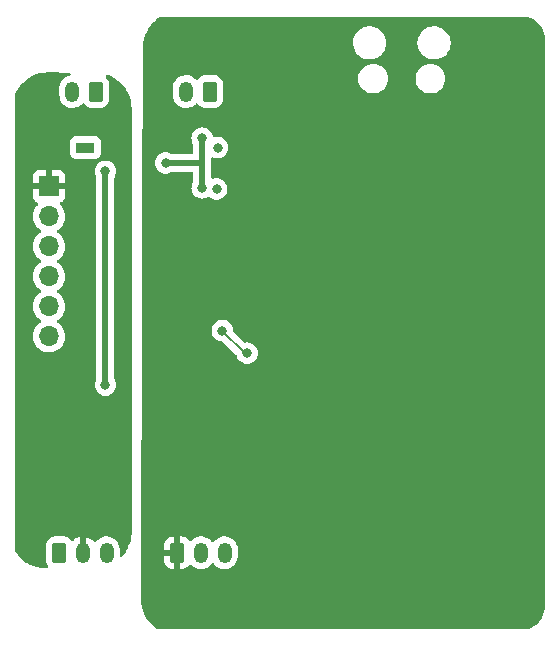
<source format=gbl>
%TF.GenerationSoftware,KiCad,Pcbnew,(6.0.1)*%
%TF.CreationDate,2022-08-20T19:26:56-07:00*%
%TF.ProjectId,frame_board,6672616d-655f-4626-9f61-72642e6b6963,rev?*%
%TF.SameCoordinates,Original*%
%TF.FileFunction,Copper,L2,Bot*%
%TF.FilePolarity,Positive*%
%FSLAX46Y46*%
G04 Gerber Fmt 4.6, Leading zero omitted, Abs format (unit mm)*
G04 Created by KiCad (PCBNEW (6.0.1)) date 2022-08-20 19:26:56*
%MOMM*%
%LPD*%
G01*
G04 APERTURE LIST*
G04 Aperture macros list*
%AMRoundRect*
0 Rectangle with rounded corners*
0 $1 Rounding radius*
0 $2 $3 $4 $5 $6 $7 $8 $9 X,Y pos of 4 corners*
0 Add a 4 corners polygon primitive as box body*
4,1,4,$2,$3,$4,$5,$6,$7,$8,$9,$2,$3,0*
0 Add four circle primitives for the rounded corners*
1,1,$1+$1,$2,$3*
1,1,$1+$1,$4,$5*
1,1,$1+$1,$6,$7*
1,1,$1+$1,$8,$9*
0 Add four rect primitives between the rounded corners*
20,1,$1+$1,$2,$3,$4,$5,0*
20,1,$1+$1,$4,$5,$6,$7,0*
20,1,$1+$1,$6,$7,$8,$9,0*
20,1,$1+$1,$8,$9,$2,$3,0*%
G04 Aperture macros list end*
%TA.AperFunction,SMDPad,CuDef*%
%ADD10R,1.600000X0.900000*%
%TD*%
%TA.AperFunction,ComponentPad*%
%ADD11C,0.600000*%
%TD*%
%TA.AperFunction,ComponentPad*%
%ADD12RoundRect,0.250000X-0.350000X-0.625000X0.350000X-0.625000X0.350000X0.625000X-0.350000X0.625000X0*%
%TD*%
%TA.AperFunction,ComponentPad*%
%ADD13O,1.200000X1.750000*%
%TD*%
%TA.AperFunction,ComponentPad*%
%ADD14RoundRect,0.250000X0.350000X0.625000X-0.350000X0.625000X-0.350000X-0.625000X0.350000X-0.625000X0*%
%TD*%
%TA.AperFunction,ComponentPad*%
%ADD15R,1.700000X1.700000*%
%TD*%
%TA.AperFunction,ComponentPad*%
%ADD16O,1.700000X1.700000*%
%TD*%
%TA.AperFunction,ViaPad*%
%ADD17C,0.800000*%
%TD*%
%TA.AperFunction,Conductor*%
%ADD18C,0.500000*%
%TD*%
%TA.AperFunction,Conductor*%
%ADD19C,0.200000*%
%TD*%
G04 APERTURE END LIST*
D10*
X158912458Y-105800000D03*
D11*
X158912458Y-105800000D03*
D12*
X166700000Y-140100000D03*
D13*
X168700000Y-140100000D03*
X170700000Y-140100000D03*
D14*
X169425000Y-101050000D03*
D13*
X167425000Y-101050000D03*
D12*
X156700000Y-140100000D03*
D13*
X158700000Y-140100000D03*
X160700000Y-140100000D03*
D15*
X155825000Y-109075000D03*
D16*
X155825000Y-111615000D03*
X155825000Y-114155000D03*
X155825000Y-116695000D03*
X155825000Y-119235000D03*
X155825000Y-121775000D03*
D14*
X159812458Y-101050000D03*
D13*
X157812458Y-101050000D03*
D17*
X192665000Y-99335000D03*
X191400000Y-99300000D03*
X155800000Y-107300000D03*
X165700000Y-107100000D03*
X160600000Y-125900000D03*
X160600000Y-107800000D03*
X172600000Y-123200000D03*
X170500000Y-121300000D03*
X164400000Y-111400000D03*
X160800000Y-104800000D03*
X160700000Y-135500000D03*
X168800000Y-109200000D03*
X168800000Y-105000000D03*
X170025000Y-109300000D03*
X170100000Y-105800000D03*
D18*
X160600000Y-107800000D02*
X160600000Y-125900000D01*
X168600000Y-107100000D02*
X168800000Y-106900000D01*
X165700000Y-107100000D02*
X168600000Y-107100000D01*
X168800000Y-106900000D02*
X168800000Y-109200000D01*
X168800000Y-105000000D02*
X168800000Y-106900000D01*
D19*
X172400000Y-123200000D02*
X172600000Y-123200000D01*
X170500000Y-121300000D02*
X172400000Y-123200000D01*
%TA.AperFunction,Conductor*%
G36*
X169697051Y-94711096D02*
G01*
X195776000Y-94716517D01*
X195790158Y-94717318D01*
X195818384Y-94720516D01*
X195818387Y-94720516D01*
X195827302Y-94721526D01*
X195836144Y-94719993D01*
X195843152Y-94718778D01*
X195867895Y-94716966D01*
X195975423Y-94719713D01*
X196079114Y-94722363D01*
X196095958Y-94723930D01*
X196330285Y-94761724D01*
X196346769Y-94765533D01*
X196573928Y-94834381D01*
X196589752Y-94840364D01*
X196625005Y-94856474D01*
X196805636Y-94939021D01*
X196820514Y-94947068D01*
X197021239Y-95073759D01*
X197034907Y-95083729D01*
X197216848Y-95236167D01*
X197229052Y-95247872D01*
X197388946Y-95423325D01*
X197399459Y-95436544D01*
X197534403Y-95631832D01*
X197543061Y-95646358D01*
X197650625Y-95857958D01*
X197657261Y-95873520D01*
X197735504Y-96097609D01*
X197739996Y-96113920D01*
X197787513Y-96346470D01*
X197789780Y-96363233D01*
X197797270Y-96474544D01*
X197803484Y-96566897D01*
X197802539Y-96588533D01*
X197802480Y-96593380D01*
X197801098Y-96602254D01*
X197805209Y-96633691D01*
X197806272Y-96650049D01*
X197794864Y-134971783D01*
X197792008Y-144563781D01*
X197791207Y-144577926D01*
X197786996Y-144615098D01*
X197788529Y-144623940D01*
X197789744Y-144630948D01*
X197791556Y-144655691D01*
X197788809Y-144763219D01*
X197786159Y-144866910D01*
X197784592Y-144883754D01*
X197746798Y-145118081D01*
X197742989Y-145134565D01*
X197674141Y-145361724D01*
X197668158Y-145377548D01*
X197569503Y-145593429D01*
X197561454Y-145608310D01*
X197434763Y-145809035D01*
X197424793Y-145822703D01*
X197272355Y-146004644D01*
X197260650Y-146016848D01*
X197085197Y-146176742D01*
X197071978Y-146187255D01*
X196876690Y-146322199D01*
X196862164Y-146330857D01*
X196650564Y-146438421D01*
X196635002Y-146445057D01*
X196410913Y-146523300D01*
X196394602Y-146527792D01*
X196237693Y-146559853D01*
X196162050Y-146575309D01*
X196145289Y-146577576D01*
X195941621Y-146591280D01*
X195919989Y-146590335D01*
X195915140Y-146590276D01*
X195906268Y-146588894D01*
X195897366Y-146590058D01*
X195897364Y-146590058D01*
X195889258Y-146591118D01*
X195874756Y-146593015D01*
X195858426Y-146594078D01*
X165141880Y-146592518D01*
X165080817Y-146576729D01*
X165017436Y-146541606D01*
X165005476Y-146534070D01*
X164742306Y-146346797D01*
X164731248Y-146337951D01*
X164490766Y-146122340D01*
X164480770Y-146112309D01*
X164266001Y-145871073D01*
X164257194Y-145859984D01*
X164147684Y-145704948D01*
X164070853Y-145596176D01*
X164063346Y-145584170D01*
X163907777Y-145301103D01*
X163901665Y-145288329D01*
X163778846Y-144989603D01*
X163774206Y-144976224D01*
X163685686Y-144665612D01*
X163682576Y-144651797D01*
X163677933Y-144623940D01*
X163629468Y-144333199D01*
X163627928Y-144319125D01*
X163610719Y-143993036D01*
X163610545Y-143985955D01*
X163619289Y-141486935D01*
X163621790Y-140772095D01*
X165592001Y-140772095D01*
X165592338Y-140778614D01*
X165602257Y-140874206D01*
X165605149Y-140887600D01*
X165656588Y-141041784D01*
X165662761Y-141054962D01*
X165748063Y-141192807D01*
X165757099Y-141204208D01*
X165871829Y-141318739D01*
X165883240Y-141327751D01*
X166021243Y-141412816D01*
X166034424Y-141418963D01*
X166188710Y-141470138D01*
X166202086Y-141473005D01*
X166296438Y-141482672D01*
X166302854Y-141483000D01*
X166427885Y-141483000D01*
X166443124Y-141478525D01*
X166444329Y-141477135D01*
X166446000Y-141469452D01*
X166446000Y-141464884D01*
X166954000Y-141464884D01*
X166958475Y-141480123D01*
X166959865Y-141481328D01*
X166967548Y-141482999D01*
X167097095Y-141482999D01*
X167103614Y-141482662D01*
X167199206Y-141472743D01*
X167212600Y-141469851D01*
X167366784Y-141418412D01*
X167379962Y-141412239D01*
X167517807Y-141326937D01*
X167529208Y-141317901D01*
X167643739Y-141203171D01*
X167652751Y-141191760D01*
X167680745Y-141146345D01*
X167733517Y-141098852D01*
X167803589Y-141087428D01*
X167868713Y-141115702D01*
X167887088Y-141134625D01*
X167893604Y-141142920D01*
X167898135Y-141146852D01*
X167898138Y-141146855D01*
X167984058Y-141221412D01*
X168053363Y-141281552D01*
X168058549Y-141284552D01*
X168058553Y-141284555D01*
X168154957Y-141340326D01*
X168236454Y-141387473D01*
X168436271Y-141456861D01*
X168442206Y-141457722D01*
X168442208Y-141457722D01*
X168639664Y-141486352D01*
X168639667Y-141486352D01*
X168645604Y-141487213D01*
X168856899Y-141477433D01*
X168988077Y-141445819D01*
X169056701Y-141429281D01*
X169056703Y-141429280D01*
X169062534Y-141427875D01*
X169067992Y-141425393D01*
X169067996Y-141425392D01*
X169183041Y-141373084D01*
X169255087Y-141340326D01*
X169427611Y-141217946D01*
X169573881Y-141065150D01*
X169580459Y-141054962D01*
X169594746Y-141032837D01*
X169648501Y-140986460D01*
X169718797Y-140976507D01*
X169783314Y-141006139D01*
X169799681Y-141023351D01*
X169893604Y-141142920D01*
X169898135Y-141146852D01*
X169898138Y-141146855D01*
X169984058Y-141221412D01*
X170053363Y-141281552D01*
X170058549Y-141284552D01*
X170058553Y-141284555D01*
X170154957Y-141340326D01*
X170236454Y-141387473D01*
X170436271Y-141456861D01*
X170442206Y-141457722D01*
X170442208Y-141457722D01*
X170639664Y-141486352D01*
X170639667Y-141486352D01*
X170645604Y-141487213D01*
X170856899Y-141477433D01*
X170988077Y-141445819D01*
X171056701Y-141429281D01*
X171056703Y-141429280D01*
X171062534Y-141427875D01*
X171067992Y-141425393D01*
X171067996Y-141425392D01*
X171183041Y-141373084D01*
X171255087Y-141340326D01*
X171427611Y-141217946D01*
X171573881Y-141065150D01*
X171688620Y-140887452D01*
X171767686Y-140691263D01*
X171808228Y-140483663D01*
X171808500Y-140478101D01*
X171808500Y-139772154D01*
X171793452Y-139614434D01*
X171733908Y-139411466D01*
X171698905Y-139343503D01*
X171639804Y-139228751D01*
X171639802Y-139228748D01*
X171637058Y-139223420D01*
X171506396Y-139057080D01*
X171501865Y-139053148D01*
X171501862Y-139053145D01*
X171351167Y-138922379D01*
X171346637Y-138918448D01*
X171341451Y-138915448D01*
X171341447Y-138915445D01*
X171168742Y-138815533D01*
X171163546Y-138812527D01*
X170963729Y-138743139D01*
X170957794Y-138742278D01*
X170957792Y-138742278D01*
X170760336Y-138713648D01*
X170760333Y-138713648D01*
X170754396Y-138712787D01*
X170543101Y-138722567D01*
X170411923Y-138754181D01*
X170343299Y-138770719D01*
X170343297Y-138770720D01*
X170337466Y-138772125D01*
X170332008Y-138774607D01*
X170332004Y-138774608D01*
X170216959Y-138826916D01*
X170144913Y-138859674D01*
X169972389Y-138982054D01*
X169826119Y-139134850D01*
X169822866Y-139139888D01*
X169805254Y-139167163D01*
X169751499Y-139213540D01*
X169681203Y-139223493D01*
X169616686Y-139193861D01*
X169600317Y-139176647D01*
X169576435Y-139146243D01*
X169506396Y-139057080D01*
X169501865Y-139053148D01*
X169501862Y-139053145D01*
X169351167Y-138922379D01*
X169346637Y-138918448D01*
X169341451Y-138915448D01*
X169341447Y-138915445D01*
X169168742Y-138815533D01*
X169163546Y-138812527D01*
X168963729Y-138743139D01*
X168957794Y-138742278D01*
X168957792Y-138742278D01*
X168760336Y-138713648D01*
X168760333Y-138713648D01*
X168754396Y-138712787D01*
X168543101Y-138722567D01*
X168411923Y-138754181D01*
X168343299Y-138770719D01*
X168343297Y-138770720D01*
X168337466Y-138772125D01*
X168332008Y-138774607D01*
X168332004Y-138774608D01*
X168216959Y-138826916D01*
X168144913Y-138859674D01*
X167972389Y-138982054D01*
X167968251Y-138986377D01*
X167968246Y-138986381D01*
X167880836Y-139077691D01*
X167819280Y-139113067D01*
X167748371Y-139109548D01*
X167690621Y-139068251D01*
X167682674Y-139056863D01*
X167651937Y-139007193D01*
X167642901Y-138995792D01*
X167528171Y-138881261D01*
X167516760Y-138872249D01*
X167378757Y-138787184D01*
X167365576Y-138781037D01*
X167211290Y-138729862D01*
X167197914Y-138726995D01*
X167103562Y-138717328D01*
X167097145Y-138717000D01*
X166972115Y-138717000D01*
X166956876Y-138721475D01*
X166955671Y-138722865D01*
X166954000Y-138730548D01*
X166954000Y-141464884D01*
X166446000Y-141464884D01*
X166446000Y-140372115D01*
X166441525Y-140356876D01*
X166440135Y-140355671D01*
X166432452Y-140354000D01*
X165610116Y-140354000D01*
X165594877Y-140358475D01*
X165593672Y-140359865D01*
X165592001Y-140367548D01*
X165592001Y-140772095D01*
X163621790Y-140772095D01*
X163625094Y-139827885D01*
X165592000Y-139827885D01*
X165596475Y-139843124D01*
X165597865Y-139844329D01*
X165605548Y-139846000D01*
X166427885Y-139846000D01*
X166443124Y-139841525D01*
X166444329Y-139840135D01*
X166446000Y-139832452D01*
X166446000Y-138735116D01*
X166441525Y-138719877D01*
X166440135Y-138718672D01*
X166432452Y-138717001D01*
X166302905Y-138717001D01*
X166296386Y-138717338D01*
X166200794Y-138727257D01*
X166187400Y-138730149D01*
X166033216Y-138781588D01*
X166020038Y-138787761D01*
X165882193Y-138873063D01*
X165870792Y-138882099D01*
X165756261Y-138996829D01*
X165747249Y-139008240D01*
X165662184Y-139146243D01*
X165656037Y-139159424D01*
X165604862Y-139313710D01*
X165601995Y-139327086D01*
X165592328Y-139421438D01*
X165592000Y-139427855D01*
X165592000Y-139827885D01*
X163625094Y-139827885D01*
X163689918Y-121300000D01*
X169586496Y-121300000D01*
X169606458Y-121489928D01*
X169665473Y-121671556D01*
X169760960Y-121836944D01*
X169888747Y-121978866D01*
X170043248Y-122091118D01*
X170049276Y-122093802D01*
X170049278Y-122093803D01*
X170211681Y-122166109D01*
X170217712Y-122168794D01*
X170311113Y-122188647D01*
X170398056Y-122207128D01*
X170398061Y-122207128D01*
X170404513Y-122208500D01*
X170495761Y-122208500D01*
X170563882Y-122228502D01*
X170584856Y-122245405D01*
X171674775Y-123335324D01*
X171704730Y-123390489D01*
X171706458Y-123389928D01*
X171765473Y-123571556D01*
X171860960Y-123736944D01*
X171988747Y-123878866D01*
X172143248Y-123991118D01*
X172149276Y-123993802D01*
X172149278Y-123993803D01*
X172311681Y-124066109D01*
X172317712Y-124068794D01*
X172411112Y-124088647D01*
X172498056Y-124107128D01*
X172498061Y-124107128D01*
X172504513Y-124108500D01*
X172695487Y-124108500D01*
X172701939Y-124107128D01*
X172701944Y-124107128D01*
X172788888Y-124088647D01*
X172882288Y-124068794D01*
X172888319Y-124066109D01*
X173050722Y-123993803D01*
X173050724Y-123993802D01*
X173056752Y-123991118D01*
X173211253Y-123878866D01*
X173339040Y-123736944D01*
X173434527Y-123571556D01*
X173493542Y-123389928D01*
X173513504Y-123200000D01*
X173493542Y-123010072D01*
X173434527Y-122828444D01*
X173339040Y-122663056D01*
X173211253Y-122521134D01*
X173056752Y-122408882D01*
X173050724Y-122406198D01*
X173050722Y-122406197D01*
X172888319Y-122333891D01*
X172888318Y-122333891D01*
X172882288Y-122331206D01*
X172788888Y-122311353D01*
X172701944Y-122292872D01*
X172701939Y-122292872D01*
X172695487Y-122291500D01*
X172504513Y-122291500D01*
X172498059Y-122292872D01*
X172498057Y-122292872D01*
X172478729Y-122296980D01*
X172445691Y-122304003D01*
X172374901Y-122298601D01*
X172330400Y-122269851D01*
X171449719Y-121389170D01*
X171415693Y-121326858D01*
X171413159Y-121303284D01*
X171413504Y-121300000D01*
X171393542Y-121110072D01*
X171334527Y-120928444D01*
X171239040Y-120763056D01*
X171111253Y-120621134D01*
X170956752Y-120508882D01*
X170950724Y-120506198D01*
X170950722Y-120506197D01*
X170788319Y-120433891D01*
X170788318Y-120433891D01*
X170782288Y-120431206D01*
X170688887Y-120411353D01*
X170601944Y-120392872D01*
X170601939Y-120392872D01*
X170595487Y-120391500D01*
X170404513Y-120391500D01*
X170398061Y-120392872D01*
X170398056Y-120392872D01*
X170311113Y-120411353D01*
X170217712Y-120431206D01*
X170211682Y-120433891D01*
X170211681Y-120433891D01*
X170049278Y-120506197D01*
X170049276Y-120506198D01*
X170043248Y-120508882D01*
X169888747Y-120621134D01*
X169760960Y-120763056D01*
X169665473Y-120928444D01*
X169606458Y-121110072D01*
X169586496Y-121300000D01*
X163689918Y-121300000D01*
X163731892Y-109302963D01*
X163731896Y-109301605D01*
X163731957Y-109301399D01*
X163731897Y-109301399D01*
X163731904Y-109299839D01*
X163741891Y-107100000D01*
X164786496Y-107100000D01*
X164806458Y-107289928D01*
X164865473Y-107471556D01*
X164960960Y-107636944D01*
X165088747Y-107778866D01*
X165187843Y-107850864D01*
X165237904Y-107887235D01*
X165243248Y-107891118D01*
X165249276Y-107893802D01*
X165249278Y-107893803D01*
X165411681Y-107966109D01*
X165417712Y-107968794D01*
X165491603Y-107984500D01*
X165598056Y-108007128D01*
X165598061Y-108007128D01*
X165604513Y-108008500D01*
X165795487Y-108008500D01*
X165801939Y-108007128D01*
X165801944Y-108007128D01*
X165908397Y-107984500D01*
X165982288Y-107968794D01*
X165988319Y-107966109D01*
X166150722Y-107893803D01*
X166150724Y-107893802D01*
X166156752Y-107891118D01*
X166162091Y-107887239D01*
X166162098Y-107887235D01*
X166168528Y-107882563D01*
X166242587Y-107858500D01*
X167915500Y-107858500D01*
X167983621Y-107878502D01*
X168030114Y-107932158D01*
X168041500Y-107984500D01*
X168041500Y-108663001D01*
X168024619Y-108726000D01*
X167965473Y-108828444D01*
X167906458Y-109010072D01*
X167905768Y-109016633D01*
X167905768Y-109016635D01*
X167895948Y-109110072D01*
X167886496Y-109200000D01*
X167906458Y-109389928D01*
X167965473Y-109571556D01*
X168060960Y-109736944D01*
X168188747Y-109878866D01*
X168287843Y-109950864D01*
X168326385Y-109978866D01*
X168343248Y-109991118D01*
X168349276Y-109993802D01*
X168349278Y-109993803D01*
X168511681Y-110066109D01*
X168517712Y-110068794D01*
X168604479Y-110087237D01*
X168698056Y-110107128D01*
X168698061Y-110107128D01*
X168704513Y-110108500D01*
X168895487Y-110108500D01*
X168901939Y-110107128D01*
X168901944Y-110107128D01*
X168995521Y-110087237D01*
X169082288Y-110068794D01*
X169088319Y-110066109D01*
X169250722Y-109993803D01*
X169250724Y-109993802D01*
X169256752Y-109991118D01*
X169269621Y-109981768D01*
X169336489Y-109957910D01*
X169405640Y-109973991D01*
X169417742Y-109981769D01*
X169539410Y-110070166D01*
X169568248Y-110091118D01*
X169574276Y-110093802D01*
X169574278Y-110093803D01*
X169736681Y-110166109D01*
X169742712Y-110168794D01*
X169836113Y-110188647D01*
X169923056Y-110207128D01*
X169923061Y-110207128D01*
X169929513Y-110208500D01*
X170120487Y-110208500D01*
X170126939Y-110207128D01*
X170126944Y-110207128D01*
X170213887Y-110188647D01*
X170307288Y-110168794D01*
X170313319Y-110166109D01*
X170475722Y-110093803D01*
X170475724Y-110093802D01*
X170481752Y-110091118D01*
X170636253Y-109978866D01*
X170764040Y-109836944D01*
X170859527Y-109671556D01*
X170918542Y-109489928D01*
X170928393Y-109396206D01*
X170937814Y-109306565D01*
X170938504Y-109300000D01*
X170918542Y-109110072D01*
X170859527Y-108928444D01*
X170764040Y-108763056D01*
X170636253Y-108621134D01*
X170537157Y-108549136D01*
X170487094Y-108512763D01*
X170487093Y-108512762D01*
X170481752Y-108508882D01*
X170475724Y-108506198D01*
X170475722Y-108506197D01*
X170313319Y-108433891D01*
X170313318Y-108433891D01*
X170307288Y-108431206D01*
X170213887Y-108411353D01*
X170126944Y-108392872D01*
X170126939Y-108392872D01*
X170120487Y-108391500D01*
X169929513Y-108391500D01*
X169923061Y-108392872D01*
X169923056Y-108392872D01*
X169836113Y-108411353D01*
X169742712Y-108431206D01*
X169736682Y-108433891D01*
X169736681Y-108433891D01*
X169735747Y-108434307D01*
X169735158Y-108434386D01*
X169730400Y-108435932D01*
X169730117Y-108435062D01*
X169665380Y-108443740D01*
X169601083Y-108413632D01*
X169563271Y-108353543D01*
X169558500Y-108319199D01*
X169558500Y-106987952D01*
X169558999Y-106976752D01*
X169559151Y-106975048D01*
X169560641Y-106967885D01*
X169558546Y-106890458D01*
X169558500Y-106887050D01*
X169558500Y-106747409D01*
X169578502Y-106679288D01*
X169632158Y-106632795D01*
X169702432Y-106622691D01*
X169735748Y-106632302D01*
X169811677Y-106666108D01*
X169811685Y-106666111D01*
X169817712Y-106668794D01*
X169911112Y-106688647D01*
X169998056Y-106707128D01*
X169998061Y-106707128D01*
X170004513Y-106708500D01*
X170195487Y-106708500D01*
X170201939Y-106707128D01*
X170201944Y-106707128D01*
X170288887Y-106688647D01*
X170382288Y-106668794D01*
X170388321Y-106666108D01*
X170550722Y-106593803D01*
X170550724Y-106593802D01*
X170556752Y-106591118D01*
X170711253Y-106478866D01*
X170839040Y-106336944D01*
X170934527Y-106171556D01*
X170993542Y-105989928D01*
X171013504Y-105800000D01*
X170993542Y-105610072D01*
X170934527Y-105428444D01*
X170839040Y-105263056D01*
X170711253Y-105121134D01*
X170556752Y-105008882D01*
X170550724Y-105006198D01*
X170550722Y-105006197D01*
X170388319Y-104933891D01*
X170388318Y-104933891D01*
X170382288Y-104931206D01*
X170288887Y-104911353D01*
X170201944Y-104892872D01*
X170201939Y-104892872D01*
X170195487Y-104891500D01*
X170004513Y-104891500D01*
X169998061Y-104892872D01*
X169998056Y-104892872D01*
X169898744Y-104913982D01*
X169845587Y-104925281D01*
X169774797Y-104919879D01*
X169718165Y-104877062D01*
X169697039Y-104822795D01*
X169695606Y-104823100D01*
X169694232Y-104816635D01*
X169693542Y-104810072D01*
X169634527Y-104628444D01*
X169539040Y-104463056D01*
X169411253Y-104321134D01*
X169256752Y-104208882D01*
X169250724Y-104206198D01*
X169250722Y-104206197D01*
X169088319Y-104133891D01*
X169088318Y-104133891D01*
X169082288Y-104131206D01*
X168988887Y-104111353D01*
X168901944Y-104092872D01*
X168901939Y-104092872D01*
X168895487Y-104091500D01*
X168704513Y-104091500D01*
X168698061Y-104092872D01*
X168698056Y-104092872D01*
X168611113Y-104111353D01*
X168517712Y-104131206D01*
X168511682Y-104133891D01*
X168511681Y-104133891D01*
X168349278Y-104206197D01*
X168349276Y-104206198D01*
X168343248Y-104208882D01*
X168188747Y-104321134D01*
X168060960Y-104463056D01*
X167965473Y-104628444D01*
X167906458Y-104810072D01*
X167886496Y-105000000D01*
X167887186Y-105006565D01*
X167899228Y-105121134D01*
X167906458Y-105189928D01*
X167965473Y-105371556D01*
X167968776Y-105377278D01*
X167968777Y-105377279D01*
X168024619Y-105473999D01*
X168041500Y-105536999D01*
X168041500Y-106215500D01*
X168021498Y-106283621D01*
X167967842Y-106330114D01*
X167915500Y-106341500D01*
X166242587Y-106341500D01*
X166168528Y-106317437D01*
X166162098Y-106312765D01*
X166162091Y-106312761D01*
X166156752Y-106308882D01*
X166150724Y-106306198D01*
X166150722Y-106306197D01*
X165988319Y-106233891D01*
X165988318Y-106233891D01*
X165982288Y-106231206D01*
X165888887Y-106211353D01*
X165801944Y-106192872D01*
X165801939Y-106192872D01*
X165795487Y-106191500D01*
X165604513Y-106191500D01*
X165598061Y-106192872D01*
X165598056Y-106192872D01*
X165511112Y-106211353D01*
X165417712Y-106231206D01*
X165411682Y-106233891D01*
X165411681Y-106233891D01*
X165249278Y-106306197D01*
X165249276Y-106306198D01*
X165243248Y-106308882D01*
X165237907Y-106312762D01*
X165237906Y-106312763D01*
X165231473Y-106317437D01*
X165088747Y-106421134D01*
X164960960Y-106563056D01*
X164865473Y-106728444D01*
X164806458Y-106910072D01*
X164805768Y-106916633D01*
X164805768Y-106916635D01*
X164787186Y-107093435D01*
X164786496Y-107100000D01*
X163741891Y-107100000D01*
X163767869Y-101377846D01*
X166316500Y-101377846D01*
X166331548Y-101535566D01*
X166391092Y-101738534D01*
X166393836Y-101743861D01*
X166393836Y-101743862D01*
X166441491Y-101836389D01*
X166487942Y-101926580D01*
X166618604Y-102092920D01*
X166623135Y-102096852D01*
X166623138Y-102096855D01*
X166709058Y-102171412D01*
X166778363Y-102231552D01*
X166783549Y-102234552D01*
X166783553Y-102234555D01*
X166879957Y-102290326D01*
X166961454Y-102337473D01*
X167161271Y-102406861D01*
X167167206Y-102407722D01*
X167167208Y-102407722D01*
X167364664Y-102436352D01*
X167364667Y-102436352D01*
X167370604Y-102437213D01*
X167581899Y-102427433D01*
X167713077Y-102395819D01*
X167781701Y-102379281D01*
X167781703Y-102379280D01*
X167787534Y-102377875D01*
X167792992Y-102375393D01*
X167792996Y-102375392D01*
X167908041Y-102323084D01*
X167980087Y-102290326D01*
X168152611Y-102167946D01*
X168156753Y-102163619D01*
X168156759Y-102163614D01*
X168243806Y-102072683D01*
X168305361Y-102037306D01*
X168376270Y-102040825D01*
X168434021Y-102082121D01*
X168441965Y-102093504D01*
X168476522Y-102149348D01*
X168601697Y-102274305D01*
X168607927Y-102278145D01*
X168607928Y-102278146D01*
X168745090Y-102362694D01*
X168752262Y-102367115D01*
X168777217Y-102375392D01*
X168913611Y-102420632D01*
X168913613Y-102420632D01*
X168920139Y-102422797D01*
X168926975Y-102423497D01*
X168926978Y-102423498D01*
X168965386Y-102427433D01*
X169024600Y-102433500D01*
X169825400Y-102433500D01*
X169828646Y-102433163D01*
X169828650Y-102433163D01*
X169924308Y-102423238D01*
X169924312Y-102423237D01*
X169931166Y-102422526D01*
X169937702Y-102420345D01*
X169937704Y-102420345D01*
X170072443Y-102375392D01*
X170098946Y-102366550D01*
X170249348Y-102273478D01*
X170374305Y-102148303D01*
X170411352Y-102088202D01*
X170463275Y-102003968D01*
X170463276Y-102003966D01*
X170467115Y-101997738D01*
X170522797Y-101829861D01*
X170533500Y-101725400D01*
X170533500Y-100374600D01*
X170522526Y-100268834D01*
X170518749Y-100257511D01*
X170468868Y-100108002D01*
X170466550Y-100101054D01*
X170376169Y-99955000D01*
X182011693Y-99955000D01*
X182030885Y-100174371D01*
X182087880Y-100387076D01*
X182090205Y-100392061D01*
X182178618Y-100581666D01*
X182178621Y-100581671D01*
X182180944Y-100586653D01*
X182184100Y-100591160D01*
X182184101Y-100591162D01*
X182241721Y-100673451D01*
X182307251Y-100767038D01*
X182462962Y-100922749D01*
X182643346Y-101049056D01*
X182842924Y-101142120D01*
X183055629Y-101199115D01*
X183275000Y-101218307D01*
X183494371Y-101199115D01*
X183707076Y-101142120D01*
X183906654Y-101049056D01*
X184087038Y-100922749D01*
X184242749Y-100767038D01*
X184308280Y-100673451D01*
X184365899Y-100591162D01*
X184365900Y-100591160D01*
X184369056Y-100586653D01*
X184371379Y-100581671D01*
X184371382Y-100581666D01*
X184459795Y-100392061D01*
X184462120Y-100387076D01*
X184519115Y-100174371D01*
X184538307Y-99955000D01*
X186861693Y-99955000D01*
X186880885Y-100174371D01*
X186937880Y-100387076D01*
X186940205Y-100392061D01*
X187028618Y-100581666D01*
X187028621Y-100581671D01*
X187030944Y-100586653D01*
X187034100Y-100591160D01*
X187034101Y-100591162D01*
X187091721Y-100673451D01*
X187157251Y-100767038D01*
X187312962Y-100922749D01*
X187493346Y-101049056D01*
X187692924Y-101142120D01*
X187905629Y-101199115D01*
X188125000Y-101218307D01*
X188344371Y-101199115D01*
X188557076Y-101142120D01*
X188756654Y-101049056D01*
X188937038Y-100922749D01*
X189092749Y-100767038D01*
X189158280Y-100673451D01*
X189215899Y-100591162D01*
X189215900Y-100591160D01*
X189219056Y-100586653D01*
X189221379Y-100581671D01*
X189221382Y-100581666D01*
X189309795Y-100392061D01*
X189312120Y-100387076D01*
X189369115Y-100174371D01*
X189388307Y-99955000D01*
X189369115Y-99735629D01*
X189312120Y-99522924D01*
X189268585Y-99429562D01*
X189221382Y-99328334D01*
X189221379Y-99328329D01*
X189219056Y-99323347D01*
X189092749Y-99142962D01*
X188937038Y-98987251D01*
X188756654Y-98860944D01*
X188557076Y-98767880D01*
X188344371Y-98710885D01*
X188125000Y-98691693D01*
X187905629Y-98710885D01*
X187692924Y-98767880D01*
X187599562Y-98811415D01*
X187498334Y-98858618D01*
X187498329Y-98858621D01*
X187493347Y-98860944D01*
X187488840Y-98864100D01*
X187488838Y-98864101D01*
X187317473Y-98984092D01*
X187317470Y-98984094D01*
X187312962Y-98987251D01*
X187157251Y-99142962D01*
X187030944Y-99323347D01*
X187028621Y-99328329D01*
X187028618Y-99328334D01*
X186981415Y-99429562D01*
X186937880Y-99522924D01*
X186880885Y-99735629D01*
X186861693Y-99955000D01*
X184538307Y-99955000D01*
X184519115Y-99735629D01*
X184462120Y-99522924D01*
X184418585Y-99429562D01*
X184371382Y-99328334D01*
X184371379Y-99328329D01*
X184369056Y-99323347D01*
X184242749Y-99142962D01*
X184087038Y-98987251D01*
X183906654Y-98860944D01*
X183707076Y-98767880D01*
X183494371Y-98710885D01*
X183275000Y-98691693D01*
X183055629Y-98710885D01*
X182842924Y-98767880D01*
X182749562Y-98811415D01*
X182648334Y-98858618D01*
X182648329Y-98858621D01*
X182643347Y-98860944D01*
X182638840Y-98864100D01*
X182638838Y-98864101D01*
X182467473Y-98984092D01*
X182467470Y-98984094D01*
X182462962Y-98987251D01*
X182307251Y-99142962D01*
X182180944Y-99323347D01*
X182178621Y-99328329D01*
X182178618Y-99328334D01*
X182131415Y-99429562D01*
X182087880Y-99522924D01*
X182030885Y-99735629D01*
X182011693Y-99955000D01*
X170376169Y-99955000D01*
X170373478Y-99950652D01*
X170248303Y-99825695D01*
X170145826Y-99762527D01*
X170103968Y-99736725D01*
X170103966Y-99736724D01*
X170097738Y-99732885D01*
X169937254Y-99679655D01*
X169936389Y-99679368D01*
X169936387Y-99679368D01*
X169929861Y-99677203D01*
X169923025Y-99676503D01*
X169923022Y-99676502D01*
X169879969Y-99672091D01*
X169825400Y-99666500D01*
X169024600Y-99666500D01*
X169021354Y-99666837D01*
X169021350Y-99666837D01*
X168925692Y-99676762D01*
X168925688Y-99676763D01*
X168918834Y-99677474D01*
X168912298Y-99679655D01*
X168912296Y-99679655D01*
X168789213Y-99720719D01*
X168751054Y-99733450D01*
X168600652Y-99826522D01*
X168475695Y-99951697D01*
X168471855Y-99957927D01*
X168471854Y-99957928D01*
X168443926Y-100003236D01*
X168391154Y-100050729D01*
X168321082Y-100062153D01*
X168255958Y-100033879D01*
X168237582Y-100014955D01*
X168231396Y-100007080D01*
X168226865Y-100003148D01*
X168226862Y-100003145D01*
X168076167Y-99872379D01*
X168071637Y-99868448D01*
X168066451Y-99865448D01*
X168066447Y-99865445D01*
X167893742Y-99765533D01*
X167888546Y-99762527D01*
X167688729Y-99693139D01*
X167682794Y-99692278D01*
X167682792Y-99692278D01*
X167485336Y-99663648D01*
X167485333Y-99663648D01*
X167479396Y-99662787D01*
X167268101Y-99672567D01*
X167136923Y-99704181D01*
X167068299Y-99720719D01*
X167068297Y-99720720D01*
X167062466Y-99722125D01*
X167057008Y-99724607D01*
X167057004Y-99724608D01*
X166941959Y-99776916D01*
X166869913Y-99809674D01*
X166697389Y-99932054D01*
X166551119Y-100084850D01*
X166436380Y-100262548D01*
X166357314Y-100458737D01*
X166316772Y-100666337D01*
X166316500Y-100671899D01*
X166316500Y-101377846D01*
X163767869Y-101377846D01*
X163786427Y-97289906D01*
X163786656Y-97282863D01*
X163806291Y-96958581D01*
X163807928Y-96944587D01*
X163817349Y-96890469D01*
X181562095Y-96890469D01*
X181562392Y-96895622D01*
X181562392Y-96895625D01*
X181568067Y-96994041D01*
X181575427Y-97121697D01*
X181576564Y-97126743D01*
X181576565Y-97126749D01*
X181608741Y-97269523D01*
X181626346Y-97347642D01*
X181628288Y-97352424D01*
X181628289Y-97352428D01*
X181711540Y-97557450D01*
X181713484Y-97562237D01*
X181834501Y-97759719D01*
X181986147Y-97934784D01*
X182164349Y-98082730D01*
X182364322Y-98199584D01*
X182580694Y-98282209D01*
X182585760Y-98283240D01*
X182585761Y-98283240D01*
X182638846Y-98294040D01*
X182807656Y-98328385D01*
X182938324Y-98333176D01*
X183033949Y-98336683D01*
X183033953Y-98336683D01*
X183039113Y-98336872D01*
X183044233Y-98336216D01*
X183044235Y-98336216D01*
X183117270Y-98326860D01*
X183268847Y-98307442D01*
X183273795Y-98305957D01*
X183273802Y-98305956D01*
X183485747Y-98242369D01*
X183490690Y-98240886D01*
X183571236Y-98201427D01*
X183694049Y-98141262D01*
X183694052Y-98141260D01*
X183698684Y-98138991D01*
X183887243Y-98004494D01*
X184051303Y-97841005D01*
X184186458Y-97652917D01*
X184233641Y-97557450D01*
X184286784Y-97449922D01*
X184286785Y-97449920D01*
X184289078Y-97445280D01*
X184356408Y-97223671D01*
X184386640Y-96994041D01*
X184386722Y-96990691D01*
X184388245Y-96928365D01*
X184388245Y-96928361D01*
X184388327Y-96925000D01*
X184385488Y-96890469D01*
X187012095Y-96890469D01*
X187012392Y-96895622D01*
X187012392Y-96895625D01*
X187018067Y-96994041D01*
X187025427Y-97121697D01*
X187026564Y-97126743D01*
X187026565Y-97126749D01*
X187058741Y-97269523D01*
X187076346Y-97347642D01*
X187078288Y-97352424D01*
X187078289Y-97352428D01*
X187161540Y-97557450D01*
X187163484Y-97562237D01*
X187284501Y-97759719D01*
X187436147Y-97934784D01*
X187614349Y-98082730D01*
X187814322Y-98199584D01*
X188030694Y-98282209D01*
X188035760Y-98283240D01*
X188035761Y-98283240D01*
X188088846Y-98294040D01*
X188257656Y-98328385D01*
X188388324Y-98333176D01*
X188483949Y-98336683D01*
X188483953Y-98336683D01*
X188489113Y-98336872D01*
X188494233Y-98336216D01*
X188494235Y-98336216D01*
X188567270Y-98326860D01*
X188718847Y-98307442D01*
X188723795Y-98305957D01*
X188723802Y-98305956D01*
X188935747Y-98242369D01*
X188940690Y-98240886D01*
X189021236Y-98201427D01*
X189144049Y-98141262D01*
X189144052Y-98141260D01*
X189148684Y-98138991D01*
X189337243Y-98004494D01*
X189501303Y-97841005D01*
X189636458Y-97652917D01*
X189683641Y-97557450D01*
X189736784Y-97449922D01*
X189736785Y-97449920D01*
X189739078Y-97445280D01*
X189806408Y-97223671D01*
X189836640Y-96994041D01*
X189836722Y-96990691D01*
X189838245Y-96928365D01*
X189838245Y-96928361D01*
X189838327Y-96925000D01*
X189832032Y-96848434D01*
X189819773Y-96699318D01*
X189819772Y-96699312D01*
X189819349Y-96694167D01*
X189762925Y-96469533D01*
X189760866Y-96464797D01*
X189672630Y-96261868D01*
X189672628Y-96261865D01*
X189670570Y-96257131D01*
X189544764Y-96062665D01*
X189388887Y-95891358D01*
X189384836Y-95888159D01*
X189384832Y-95888155D01*
X189211177Y-95751011D01*
X189211172Y-95751008D01*
X189207123Y-95747810D01*
X189202607Y-95745317D01*
X189202604Y-95745315D01*
X189008879Y-95638373D01*
X189008875Y-95638371D01*
X189004355Y-95635876D01*
X188999486Y-95634152D01*
X188999482Y-95634150D01*
X188790903Y-95560288D01*
X188790899Y-95560287D01*
X188786028Y-95558562D01*
X188780935Y-95557655D01*
X188780932Y-95557654D01*
X188563095Y-95518851D01*
X188563089Y-95518850D01*
X188558006Y-95517945D01*
X188485096Y-95517054D01*
X188331581Y-95515179D01*
X188331579Y-95515179D01*
X188326411Y-95515116D01*
X188097464Y-95550150D01*
X187877314Y-95622106D01*
X187872726Y-95624494D01*
X187872722Y-95624496D01*
X187756714Y-95684886D01*
X187671872Y-95729052D01*
X187667739Y-95732155D01*
X187667736Y-95732157D01*
X187490790Y-95865012D01*
X187486655Y-95868117D01*
X187326639Y-96035564D01*
X187323725Y-96039836D01*
X187323724Y-96039837D01*
X187308152Y-96062665D01*
X187196119Y-96226899D01*
X187098602Y-96436981D01*
X187036707Y-96660169D01*
X187012095Y-96890469D01*
X184385488Y-96890469D01*
X184382032Y-96848434D01*
X184369773Y-96699318D01*
X184369772Y-96699312D01*
X184369349Y-96694167D01*
X184312925Y-96469533D01*
X184310866Y-96464797D01*
X184222630Y-96261868D01*
X184222628Y-96261865D01*
X184220570Y-96257131D01*
X184094764Y-96062665D01*
X183938887Y-95891358D01*
X183934836Y-95888159D01*
X183934832Y-95888155D01*
X183761177Y-95751011D01*
X183761172Y-95751008D01*
X183757123Y-95747810D01*
X183752607Y-95745317D01*
X183752604Y-95745315D01*
X183558879Y-95638373D01*
X183558875Y-95638371D01*
X183554355Y-95635876D01*
X183549486Y-95634152D01*
X183549482Y-95634150D01*
X183340903Y-95560288D01*
X183340899Y-95560287D01*
X183336028Y-95558562D01*
X183330935Y-95557655D01*
X183330932Y-95557654D01*
X183113095Y-95518851D01*
X183113089Y-95518850D01*
X183108006Y-95517945D01*
X183035096Y-95517054D01*
X182881581Y-95515179D01*
X182881579Y-95515179D01*
X182876411Y-95515116D01*
X182647464Y-95550150D01*
X182427314Y-95622106D01*
X182422726Y-95624494D01*
X182422722Y-95624496D01*
X182306714Y-95684886D01*
X182221872Y-95729052D01*
X182217739Y-95732155D01*
X182217736Y-95732157D01*
X182040790Y-95865012D01*
X182036655Y-95868117D01*
X181876639Y-96035564D01*
X181873725Y-96039836D01*
X181873724Y-96039837D01*
X181858152Y-96062665D01*
X181746119Y-96226899D01*
X181648602Y-96436981D01*
X181586707Y-96660169D01*
X181562095Y-96890469D01*
X163817349Y-96890469D01*
X163852394Y-96689156D01*
X163863039Y-96628008D01*
X163866222Y-96614304D01*
X163956337Y-96305835D01*
X163961037Y-96292558D01*
X164085017Y-95996102D01*
X164091171Y-95983428D01*
X164186944Y-95811394D01*
X164247481Y-95702653D01*
X164255002Y-95690760D01*
X164441682Y-95429189D01*
X164450490Y-95418204D01*
X164665197Y-95179121D01*
X164675182Y-95169181D01*
X164915237Y-94955563D01*
X164926269Y-94946801D01*
X165188675Y-94761316D01*
X165200617Y-94753839D01*
X165251493Y-94725818D01*
X165312306Y-94710185D01*
X169697051Y-94711096D01*
G37*
%TD.AperFunction*%
%TA.AperFunction,Conductor*%
G36*
X155887832Y-99431437D02*
G01*
X157529321Y-99447689D01*
X157597241Y-99468365D01*
X157643200Y-99522478D01*
X157652608Y-99592849D01*
X157622477Y-99657134D01*
X157557595Y-99696176D01*
X157455757Y-99720719D01*
X157455755Y-99720720D01*
X157449924Y-99722125D01*
X157444466Y-99724607D01*
X157444462Y-99724608D01*
X157329417Y-99776916D01*
X157257371Y-99809674D01*
X157084847Y-99932054D01*
X156938577Y-100084850D01*
X156823838Y-100262548D01*
X156821595Y-100268114D01*
X156782584Y-100364914D01*
X156744772Y-100458737D01*
X156704230Y-100666337D01*
X156703958Y-100671899D01*
X156703958Y-101377846D01*
X156719006Y-101535566D01*
X156778550Y-101738534D01*
X156781294Y-101743861D01*
X156781294Y-101743862D01*
X156828949Y-101836389D01*
X156875400Y-101926580D01*
X157006062Y-102092920D01*
X157010593Y-102096852D01*
X157010596Y-102096855D01*
X157096516Y-102171412D01*
X157165821Y-102231552D01*
X157171007Y-102234552D01*
X157171011Y-102234555D01*
X157267415Y-102290326D01*
X157348912Y-102337473D01*
X157548729Y-102406861D01*
X157554664Y-102407722D01*
X157554666Y-102407722D01*
X157752122Y-102436352D01*
X157752125Y-102436352D01*
X157758062Y-102437213D01*
X157969357Y-102427433D01*
X158100535Y-102395819D01*
X158169159Y-102379281D01*
X158169161Y-102379280D01*
X158174992Y-102377875D01*
X158180450Y-102375393D01*
X158180454Y-102375392D01*
X158295499Y-102323084D01*
X158367545Y-102290326D01*
X158540069Y-102167946D01*
X158544211Y-102163619D01*
X158544217Y-102163614D01*
X158631264Y-102072683D01*
X158692819Y-102037306D01*
X158763728Y-102040825D01*
X158821479Y-102082121D01*
X158829423Y-102093504D01*
X158863980Y-102149348D01*
X158989155Y-102274305D01*
X158995385Y-102278145D01*
X158995386Y-102278146D01*
X159132548Y-102362694D01*
X159139720Y-102367115D01*
X159164675Y-102375392D01*
X159301069Y-102420632D01*
X159301071Y-102420632D01*
X159307597Y-102422797D01*
X159314433Y-102423497D01*
X159314436Y-102423498D01*
X159352844Y-102427433D01*
X159412058Y-102433500D01*
X160212858Y-102433500D01*
X160216104Y-102433163D01*
X160216108Y-102433163D01*
X160311766Y-102423238D01*
X160311770Y-102423237D01*
X160318624Y-102422526D01*
X160325160Y-102420345D01*
X160325162Y-102420345D01*
X160459901Y-102375392D01*
X160486404Y-102366550D01*
X160636806Y-102273478D01*
X160761763Y-102148303D01*
X160765604Y-102142072D01*
X160850733Y-102003968D01*
X160850734Y-102003966D01*
X160854573Y-101997738D01*
X160910255Y-101829861D01*
X160920958Y-101725400D01*
X160920958Y-100374600D01*
X160918918Y-100354937D01*
X160910696Y-100275692D01*
X160910695Y-100275688D01*
X160909984Y-100268834D01*
X160906207Y-100257511D01*
X160856326Y-100108002D01*
X160854008Y-100101054D01*
X160760936Y-99950652D01*
X160683513Y-99873364D01*
X160652267Y-99842172D01*
X160618188Y-99779889D01*
X160623191Y-99709069D01*
X160665688Y-99652197D01*
X160732187Y-99627328D01*
X160777149Y-99632211D01*
X160811628Y-99642449D01*
X160818830Y-99644587D01*
X160832036Y-99649323D01*
X161126996Y-99774075D01*
X161139592Y-99780251D01*
X161418826Y-99937037D01*
X161430667Y-99944582D01*
X161690733Y-100131468D01*
X161701661Y-100140285D01*
X161939308Y-100354937D01*
X161949187Y-100364914D01*
X162161479Y-100604679D01*
X162170186Y-100615694D01*
X162354486Y-100877593D01*
X162361914Y-100889508D01*
X162515925Y-101170276D01*
X162521982Y-101182943D01*
X162643803Y-101479117D01*
X162648412Y-101492380D01*
X162736521Y-101800259D01*
X162739626Y-101813952D01*
X162792934Y-102129727D01*
X162794496Y-102143679D01*
X162799180Y-102227621D01*
X162812535Y-102466933D01*
X162812731Y-102473953D01*
X162812731Y-138396461D01*
X162812533Y-138403526D01*
X162794396Y-138726502D01*
X162794265Y-138728828D01*
X162792684Y-138742864D01*
X162786275Y-138780581D01*
X162738700Y-139060587D01*
X162735556Y-139074362D01*
X162646337Y-139384047D01*
X162641676Y-139397368D01*
X162554149Y-139608677D01*
X162518346Y-139695114D01*
X162512215Y-139707845D01*
X162356325Y-139989906D01*
X162348807Y-140001870D01*
X162162322Y-140264694D01*
X162153513Y-140275740D01*
X162028451Y-140415685D01*
X161968145Y-140453151D01*
X161897156Y-140452065D01*
X161838024Y-140412772D01*
X161809523Y-140347748D01*
X161808500Y-140331726D01*
X161808500Y-139772154D01*
X161793452Y-139614434D01*
X161733908Y-139411466D01*
X161686872Y-139320139D01*
X161639804Y-139228751D01*
X161639802Y-139228748D01*
X161637058Y-139223420D01*
X161506396Y-139057080D01*
X161501865Y-139053148D01*
X161501862Y-139053145D01*
X161351167Y-138922379D01*
X161346637Y-138918448D01*
X161341451Y-138915448D01*
X161341447Y-138915445D01*
X161168742Y-138815533D01*
X161163546Y-138812527D01*
X160963729Y-138743139D01*
X160957794Y-138742278D01*
X160957792Y-138742278D01*
X160760336Y-138713648D01*
X160760333Y-138713648D01*
X160754396Y-138712787D01*
X160543101Y-138722567D01*
X160430466Y-138749712D01*
X160343299Y-138770719D01*
X160343297Y-138770720D01*
X160337466Y-138772125D01*
X160332008Y-138774607D01*
X160332004Y-138774608D01*
X160240990Y-138815990D01*
X160144913Y-138859674D01*
X159972389Y-138982054D01*
X159826119Y-139134850D01*
X159822870Y-139139881D01*
X159822865Y-139139888D01*
X159804967Y-139167607D01*
X159751211Y-139213984D01*
X159680915Y-139223937D01*
X159616398Y-139194304D01*
X159600030Y-139177091D01*
X159509738Y-139062143D01*
X159501501Y-139053494D01*
X159350877Y-138922788D01*
X159341153Y-138915853D01*
X159168533Y-138815990D01*
X159157669Y-138811016D01*
X158969273Y-138745593D01*
X158968284Y-138745352D01*
X158957992Y-138746820D01*
X158954000Y-138760385D01*
X158954000Y-140228000D01*
X158933998Y-140296121D01*
X158880342Y-140342614D01*
X158828000Y-140354000D01*
X158572000Y-140354000D01*
X158503879Y-140333998D01*
X158457386Y-140280342D01*
X158446000Y-140228000D01*
X158446000Y-138764598D01*
X158442027Y-138751067D01*
X158432601Y-138749712D01*
X158343463Y-138771194D01*
X158332168Y-138775083D01*
X158150618Y-138857629D01*
X158140276Y-138863576D01*
X157977603Y-138978968D01*
X157968575Y-138986761D01*
X157881465Y-139077757D01*
X157819910Y-139113133D01*
X157749000Y-139109614D01*
X157691250Y-139068317D01*
X157683315Y-139056947D01*
X157648478Y-139000652D01*
X157523303Y-138875695D01*
X157517072Y-138871854D01*
X157378968Y-138786725D01*
X157378966Y-138786724D01*
X157372738Y-138782885D01*
X157264005Y-138746820D01*
X157211389Y-138729368D01*
X157211387Y-138729368D01*
X157204861Y-138727203D01*
X157198025Y-138726503D01*
X157198022Y-138726502D01*
X157154969Y-138722091D01*
X157100400Y-138716500D01*
X156299600Y-138716500D01*
X156296354Y-138716837D01*
X156296350Y-138716837D01*
X156200692Y-138726762D01*
X156200688Y-138726763D01*
X156193834Y-138727474D01*
X156187298Y-138729655D01*
X156187296Y-138729655D01*
X156123117Y-138751067D01*
X156026054Y-138783450D01*
X155875652Y-138876522D01*
X155750695Y-139001697D01*
X155746855Y-139007927D01*
X155746854Y-139007928D01*
X155682005Y-139113133D01*
X155657885Y-139152262D01*
X155602203Y-139320139D01*
X155591500Y-139424600D01*
X155591500Y-140775400D01*
X155602474Y-140881166D01*
X155604655Y-140887702D01*
X155604655Y-140887704D01*
X155644029Y-141005722D01*
X155658450Y-141048946D01*
X155750600Y-141197858D01*
X155751522Y-141199348D01*
X155751267Y-141199506D01*
X155776378Y-141261548D01*
X155763206Y-141331312D01*
X155714407Y-141382880D01*
X155650995Y-141400000D01*
X155530604Y-141400000D01*
X155523518Y-141399801D01*
X155197226Y-141381421D01*
X155183143Y-141379829D01*
X154864487Y-141325520D01*
X154850693Y-141322362D01*
X154540134Y-141232605D01*
X154526771Y-141227913D01*
X154228282Y-141103859D01*
X154215522Y-141097693D01*
X153932844Y-140940897D01*
X153920856Y-140933336D01*
X153657577Y-140745788D01*
X153646515Y-140736929D01*
X153405971Y-140521008D01*
X153395973Y-140510963D01*
X153181188Y-140269381D01*
X153172382Y-140258276D01*
X152991564Y-140001870D01*
X152986092Y-139994110D01*
X152978598Y-139982103D01*
X152921656Y-139878283D01*
X152906131Y-139817687D01*
X152906153Y-139312548D01*
X152906733Y-125900000D01*
X159686496Y-125900000D01*
X159706458Y-126089928D01*
X159765473Y-126271556D01*
X159860960Y-126436944D01*
X159988747Y-126578866D01*
X160143248Y-126691118D01*
X160149276Y-126693802D01*
X160149278Y-126693803D01*
X160311681Y-126766109D01*
X160317712Y-126768794D01*
X160411112Y-126788647D01*
X160498056Y-126807128D01*
X160498061Y-126807128D01*
X160504513Y-126808500D01*
X160695487Y-126808500D01*
X160701939Y-126807128D01*
X160701944Y-126807128D01*
X160788888Y-126788647D01*
X160882288Y-126768794D01*
X160888319Y-126766109D01*
X161050722Y-126693803D01*
X161050724Y-126693802D01*
X161056752Y-126691118D01*
X161211253Y-126578866D01*
X161339040Y-126436944D01*
X161434527Y-126271556D01*
X161493542Y-126089928D01*
X161513504Y-125900000D01*
X161493542Y-125710072D01*
X161434527Y-125528444D01*
X161375381Y-125426000D01*
X161358500Y-125363001D01*
X161358500Y-108336999D01*
X161375381Y-108273999D01*
X161431223Y-108177279D01*
X161431224Y-108177278D01*
X161434527Y-108171556D01*
X161493542Y-107989928D01*
X161495495Y-107971351D01*
X161512814Y-107806565D01*
X161513504Y-107800000D01*
X161510527Y-107771676D01*
X161494232Y-107616635D01*
X161494232Y-107616633D01*
X161493542Y-107610072D01*
X161434527Y-107428444D01*
X161339040Y-107263056D01*
X161211253Y-107121134D01*
X161056752Y-107008882D01*
X161050724Y-107006198D01*
X161050722Y-107006197D01*
X160888319Y-106933891D01*
X160888318Y-106933891D01*
X160882288Y-106931206D01*
X160788887Y-106911353D01*
X160701944Y-106892872D01*
X160701939Y-106892872D01*
X160695487Y-106891500D01*
X160504513Y-106891500D01*
X160498061Y-106892872D01*
X160498056Y-106892872D01*
X160411112Y-106911353D01*
X160317712Y-106931206D01*
X160311682Y-106933891D01*
X160311681Y-106933891D01*
X160149278Y-107006197D01*
X160149276Y-107006198D01*
X160143248Y-107008882D01*
X159988747Y-107121134D01*
X159860960Y-107263056D01*
X159765473Y-107428444D01*
X159706458Y-107610072D01*
X159705768Y-107616633D01*
X159705768Y-107616635D01*
X159689473Y-107771676D01*
X159686496Y-107800000D01*
X159687186Y-107806565D01*
X159704506Y-107971351D01*
X159706458Y-107989928D01*
X159765473Y-108171556D01*
X159768776Y-108177278D01*
X159768777Y-108177279D01*
X159824619Y-108273999D01*
X159841500Y-108336999D01*
X159841500Y-125363001D01*
X159824619Y-125426000D01*
X159765473Y-125528444D01*
X159706458Y-125710072D01*
X159686496Y-125900000D01*
X152906733Y-125900000D01*
X152906913Y-121741695D01*
X154462251Y-121741695D01*
X154462548Y-121746848D01*
X154462548Y-121746851D01*
X154468011Y-121841590D01*
X154475110Y-121964715D01*
X154476247Y-121969761D01*
X154476248Y-121969767D01*
X154496119Y-122057939D01*
X154524222Y-122182639D01*
X154608266Y-122389616D01*
X154724987Y-122580088D01*
X154871250Y-122748938D01*
X155043126Y-122891632D01*
X155236000Y-123004338D01*
X155444692Y-123084030D01*
X155449760Y-123085061D01*
X155449763Y-123085062D01*
X155557017Y-123106883D01*
X155663597Y-123128567D01*
X155668772Y-123128757D01*
X155668774Y-123128757D01*
X155881673Y-123136564D01*
X155881677Y-123136564D01*
X155886837Y-123136753D01*
X155891957Y-123136097D01*
X155891959Y-123136097D01*
X156103288Y-123109025D01*
X156103289Y-123109025D01*
X156108416Y-123108368D01*
X156113366Y-123106883D01*
X156317429Y-123045661D01*
X156317434Y-123045659D01*
X156322384Y-123044174D01*
X156522994Y-122945896D01*
X156704860Y-122816173D01*
X156863096Y-122658489D01*
X156922594Y-122575689D01*
X156990435Y-122481277D01*
X156993453Y-122477077D01*
X157092430Y-122276811D01*
X157157370Y-122063069D01*
X157186529Y-121841590D01*
X157188156Y-121775000D01*
X157169852Y-121552361D01*
X157115431Y-121335702D01*
X157026354Y-121130840D01*
X156905014Y-120943277D01*
X156754670Y-120778051D01*
X156750619Y-120774852D01*
X156750615Y-120774848D01*
X156583414Y-120642800D01*
X156583410Y-120642798D01*
X156579359Y-120639598D01*
X156538053Y-120616796D01*
X156488084Y-120566364D01*
X156473312Y-120496921D01*
X156498428Y-120430516D01*
X156525780Y-120403909D01*
X156569603Y-120372650D01*
X156704860Y-120276173D01*
X156863096Y-120118489D01*
X156922594Y-120035689D01*
X156990435Y-119941277D01*
X156993453Y-119937077D01*
X157092430Y-119736811D01*
X157157370Y-119523069D01*
X157186529Y-119301590D01*
X157188156Y-119235000D01*
X157169852Y-119012361D01*
X157115431Y-118795702D01*
X157026354Y-118590840D01*
X156905014Y-118403277D01*
X156754670Y-118238051D01*
X156750619Y-118234852D01*
X156750615Y-118234848D01*
X156583414Y-118102800D01*
X156583410Y-118102798D01*
X156579359Y-118099598D01*
X156538053Y-118076796D01*
X156488084Y-118026364D01*
X156473312Y-117956921D01*
X156498428Y-117890516D01*
X156525780Y-117863909D01*
X156569603Y-117832650D01*
X156704860Y-117736173D01*
X156863096Y-117578489D01*
X156922594Y-117495689D01*
X156990435Y-117401277D01*
X156993453Y-117397077D01*
X157092430Y-117196811D01*
X157157370Y-116983069D01*
X157186529Y-116761590D01*
X157188156Y-116695000D01*
X157169852Y-116472361D01*
X157115431Y-116255702D01*
X157026354Y-116050840D01*
X156905014Y-115863277D01*
X156754670Y-115698051D01*
X156750619Y-115694852D01*
X156750615Y-115694848D01*
X156583414Y-115562800D01*
X156583410Y-115562798D01*
X156579359Y-115559598D01*
X156538053Y-115536796D01*
X156488084Y-115486364D01*
X156473312Y-115416921D01*
X156498428Y-115350516D01*
X156525780Y-115323909D01*
X156569603Y-115292650D01*
X156704860Y-115196173D01*
X156863096Y-115038489D01*
X156922594Y-114955689D01*
X156990435Y-114861277D01*
X156993453Y-114857077D01*
X157092430Y-114656811D01*
X157157370Y-114443069D01*
X157186529Y-114221590D01*
X157188156Y-114155000D01*
X157169852Y-113932361D01*
X157115431Y-113715702D01*
X157026354Y-113510840D01*
X156905014Y-113323277D01*
X156754670Y-113158051D01*
X156750619Y-113154852D01*
X156750615Y-113154848D01*
X156583414Y-113022800D01*
X156583410Y-113022798D01*
X156579359Y-113019598D01*
X156538053Y-112996796D01*
X156488084Y-112946364D01*
X156473312Y-112876921D01*
X156498428Y-112810516D01*
X156525780Y-112783909D01*
X156569603Y-112752650D01*
X156704860Y-112656173D01*
X156863096Y-112498489D01*
X156922594Y-112415689D01*
X156990435Y-112321277D01*
X156993453Y-112317077D01*
X157092430Y-112116811D01*
X157157370Y-111903069D01*
X157186529Y-111681590D01*
X157188156Y-111615000D01*
X157169852Y-111392361D01*
X157115431Y-111175702D01*
X157026354Y-110970840D01*
X156905014Y-110783277D01*
X156901540Y-110779459D01*
X156901533Y-110779450D01*
X156757435Y-110621088D01*
X156726383Y-110557242D01*
X156734779Y-110486744D01*
X156779956Y-110431976D01*
X156806400Y-110418307D01*
X156913052Y-110378325D01*
X156928649Y-110369786D01*
X157030724Y-110293285D01*
X157043285Y-110280724D01*
X157119786Y-110178649D01*
X157128324Y-110163054D01*
X157173478Y-110042606D01*
X157177105Y-110027351D01*
X157182631Y-109976486D01*
X157183000Y-109969672D01*
X157183000Y-109347115D01*
X157178525Y-109331876D01*
X157177135Y-109330671D01*
X157169452Y-109329000D01*
X154485116Y-109329000D01*
X154469877Y-109333475D01*
X154468672Y-109334865D01*
X154467001Y-109342548D01*
X154467001Y-109969669D01*
X154467371Y-109976490D01*
X154472895Y-110027352D01*
X154476521Y-110042604D01*
X154521676Y-110163054D01*
X154530214Y-110178649D01*
X154606715Y-110280724D01*
X154619276Y-110293285D01*
X154721351Y-110369786D01*
X154736946Y-110378324D01*
X154845827Y-110419142D01*
X154902591Y-110461784D01*
X154927291Y-110528345D01*
X154912083Y-110597694D01*
X154892691Y-110624175D01*
X154769200Y-110753401D01*
X154765629Y-110757138D01*
X154639743Y-110941680D01*
X154545688Y-111144305D01*
X154485989Y-111359570D01*
X154462251Y-111581695D01*
X154462548Y-111586848D01*
X154462548Y-111586851D01*
X154468011Y-111681590D01*
X154475110Y-111804715D01*
X154476247Y-111809761D01*
X154476248Y-111809767D01*
X154496119Y-111897939D01*
X154524222Y-112022639D01*
X154608266Y-112229616D01*
X154724987Y-112420088D01*
X154871250Y-112588938D01*
X155043126Y-112731632D01*
X155113595Y-112772811D01*
X155116445Y-112774476D01*
X155165169Y-112826114D01*
X155178240Y-112895897D01*
X155151509Y-112961669D01*
X155111055Y-112995027D01*
X155098607Y-113001507D01*
X155094474Y-113004610D01*
X155094471Y-113004612D01*
X155070247Y-113022800D01*
X154919965Y-113135635D01*
X154765629Y-113297138D01*
X154639743Y-113481680D01*
X154545688Y-113684305D01*
X154485989Y-113899570D01*
X154462251Y-114121695D01*
X154462548Y-114126848D01*
X154462548Y-114126851D01*
X154468011Y-114221590D01*
X154475110Y-114344715D01*
X154476247Y-114349761D01*
X154476248Y-114349767D01*
X154496119Y-114437939D01*
X154524222Y-114562639D01*
X154608266Y-114769616D01*
X154724987Y-114960088D01*
X154871250Y-115128938D01*
X155043126Y-115271632D01*
X155113595Y-115312811D01*
X155116445Y-115314476D01*
X155165169Y-115366114D01*
X155178240Y-115435897D01*
X155151509Y-115501669D01*
X155111055Y-115535027D01*
X155098607Y-115541507D01*
X155094474Y-115544610D01*
X155094471Y-115544612D01*
X155070247Y-115562800D01*
X154919965Y-115675635D01*
X154765629Y-115837138D01*
X154639743Y-116021680D01*
X154545688Y-116224305D01*
X154485989Y-116439570D01*
X154462251Y-116661695D01*
X154462548Y-116666848D01*
X154462548Y-116666851D01*
X154468011Y-116761590D01*
X154475110Y-116884715D01*
X154476247Y-116889761D01*
X154476248Y-116889767D01*
X154496119Y-116977939D01*
X154524222Y-117102639D01*
X154608266Y-117309616D01*
X154724987Y-117500088D01*
X154871250Y-117668938D01*
X155043126Y-117811632D01*
X155113595Y-117852811D01*
X155116445Y-117854476D01*
X155165169Y-117906114D01*
X155178240Y-117975897D01*
X155151509Y-118041669D01*
X155111055Y-118075027D01*
X155098607Y-118081507D01*
X155094474Y-118084610D01*
X155094471Y-118084612D01*
X155070247Y-118102800D01*
X154919965Y-118215635D01*
X154765629Y-118377138D01*
X154639743Y-118561680D01*
X154545688Y-118764305D01*
X154485989Y-118979570D01*
X154462251Y-119201695D01*
X154462548Y-119206848D01*
X154462548Y-119206851D01*
X154468011Y-119301590D01*
X154475110Y-119424715D01*
X154476247Y-119429761D01*
X154476248Y-119429767D01*
X154496119Y-119517939D01*
X154524222Y-119642639D01*
X154608266Y-119849616D01*
X154724987Y-120040088D01*
X154871250Y-120208938D01*
X155043126Y-120351632D01*
X155113595Y-120392811D01*
X155116445Y-120394476D01*
X155165169Y-120446114D01*
X155178240Y-120515897D01*
X155151509Y-120581669D01*
X155111055Y-120615027D01*
X155098607Y-120621507D01*
X155094474Y-120624610D01*
X155094471Y-120624612D01*
X155070247Y-120642800D01*
X154919965Y-120755635D01*
X154765629Y-120917138D01*
X154639743Y-121101680D01*
X154545688Y-121304305D01*
X154485989Y-121519570D01*
X154462251Y-121741695D01*
X152906913Y-121741695D01*
X152907473Y-108802885D01*
X154467000Y-108802885D01*
X154471475Y-108818124D01*
X154472865Y-108819329D01*
X154480548Y-108821000D01*
X155552885Y-108821000D01*
X155568124Y-108816525D01*
X155569329Y-108815135D01*
X155571000Y-108807452D01*
X155571000Y-108802885D01*
X156079000Y-108802885D01*
X156083475Y-108818124D01*
X156084865Y-108819329D01*
X156092548Y-108821000D01*
X157164884Y-108821000D01*
X157180123Y-108816525D01*
X157181328Y-108815135D01*
X157182999Y-108807452D01*
X157182999Y-108180331D01*
X157182629Y-108173510D01*
X157177105Y-108122648D01*
X157173479Y-108107396D01*
X157128324Y-107986946D01*
X157119786Y-107971351D01*
X157043285Y-107869276D01*
X157030724Y-107856715D01*
X156928649Y-107780214D01*
X156913054Y-107771676D01*
X156792606Y-107726522D01*
X156777351Y-107722895D01*
X156726486Y-107717369D01*
X156719672Y-107717000D01*
X156097115Y-107717000D01*
X156081876Y-107721475D01*
X156080671Y-107722865D01*
X156079000Y-107730548D01*
X156079000Y-108802885D01*
X155571000Y-108802885D01*
X155571000Y-107735116D01*
X155566525Y-107719877D01*
X155565135Y-107718672D01*
X155557452Y-107717001D01*
X154930331Y-107717001D01*
X154923510Y-107717371D01*
X154872648Y-107722895D01*
X154857396Y-107726521D01*
X154736946Y-107771676D01*
X154721351Y-107780214D01*
X154619276Y-107856715D01*
X154606715Y-107869276D01*
X154530214Y-107971351D01*
X154521676Y-107986946D01*
X154476522Y-108107394D01*
X154472895Y-108122649D01*
X154467369Y-108173514D01*
X154467000Y-108180328D01*
X154467000Y-108802885D01*
X152907473Y-108802885D01*
X152907581Y-106298134D01*
X157603958Y-106298134D01*
X157610713Y-106360316D01*
X157661843Y-106496705D01*
X157749197Y-106613261D01*
X157865753Y-106700615D01*
X158002142Y-106751745D01*
X158064324Y-106758500D01*
X159760592Y-106758500D01*
X159822774Y-106751745D01*
X159959163Y-106700615D01*
X160075719Y-106613261D01*
X160163073Y-106496705D01*
X160214203Y-106360316D01*
X160220958Y-106298134D01*
X160220958Y-105301866D01*
X160214203Y-105239684D01*
X160163073Y-105103295D01*
X160075719Y-104986739D01*
X159959163Y-104899385D01*
X159822774Y-104848255D01*
X159760592Y-104841500D01*
X158064324Y-104841500D01*
X158002142Y-104848255D01*
X157865753Y-104899385D01*
X157749197Y-104986739D01*
X157661843Y-105103295D01*
X157610713Y-105239684D01*
X157603958Y-105301866D01*
X157603958Y-106298134D01*
X152907581Y-106298134D01*
X152907795Y-101364071D01*
X152917679Y-101315160D01*
X153000839Y-101117780D01*
X153007061Y-101105061D01*
X153165279Y-100823075D01*
X153172897Y-100811126D01*
X153273944Y-100670742D01*
X153361779Y-100548712D01*
X153370694Y-100537691D01*
X153587862Y-100298147D01*
X153597960Y-100288197D01*
X153840651Y-100074574D01*
X153851802Y-100065821D01*
X154116957Y-99880809D01*
X154129020Y-99873364D01*
X154413284Y-99719304D01*
X154426107Y-99713261D01*
X154725874Y-99592108D01*
X154739296Y-99587544D01*
X155050771Y-99500832D01*
X155064620Y-99497804D01*
X155383877Y-99446627D01*
X155397978Y-99445175D01*
X155724484Y-99430020D01*
X155731573Y-99429890D01*
X155887832Y-99431437D01*
G37*
%TD.AperFunction*%
M02*

</source>
